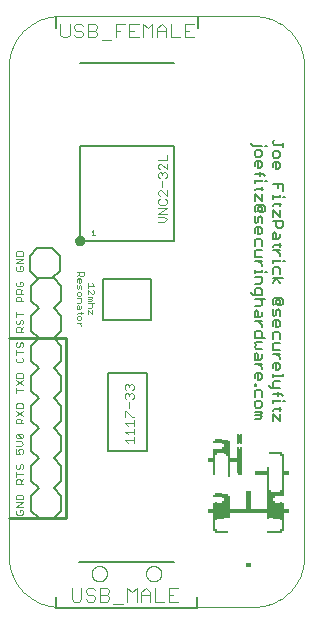
<source format=gto>
G75*
%MOIN*%
%OFA0B0*%
%FSLAX25Y25*%
%IPPOS*%
%LPD*%
%AMOC8*
5,1,8,0,0,1.08239X$1,22.5*
%
%ADD10C,0.00000*%
%ADD11C,0.00400*%
%ADD12C,0.00300*%
%ADD13C,0.00200*%
%ADD14C,0.01600*%
%ADD15C,0.00100*%
%ADD16C,0.01000*%
%ADD17C,0.00500*%
%ADD18C,0.00800*%
%ADD19R,0.00600X0.01800*%
%ADD20R,0.00600X0.00600*%
%ADD21R,0.00600X0.09000*%
%ADD22R,0.00600X0.09600*%
%ADD23R,0.00600X0.01200*%
%ADD24R,0.00600X0.02400*%
%ADD25R,0.00600X0.06000*%
%ADD26R,0.00600X0.05400*%
%ADD27R,0.00600X0.04800*%
%ADD28R,0.00600X0.08400*%
%ADD29R,0.00600X0.12000*%
%ADD30R,0.00600X0.07800*%
%ADD31R,0.00600X0.03600*%
%ADD32R,0.00600X0.03000*%
%ADD33R,0.00600X0.07200*%
%ADD34R,0.00600X0.17400*%
%ADD35R,0.00600X0.14400*%
D10*
X0018503Y0060455D02*
X0083522Y0060455D01*
X0083926Y0060460D01*
X0084329Y0060475D01*
X0084732Y0060499D01*
X0085134Y0060533D01*
X0085535Y0060577D01*
X0085935Y0060630D01*
X0086334Y0060693D01*
X0086731Y0060766D01*
X0087126Y0060849D01*
X0087519Y0060940D01*
X0087910Y0061042D01*
X0088298Y0061152D01*
X0088684Y0061273D01*
X0089066Y0061402D01*
X0089445Y0061540D01*
X0089821Y0061688D01*
X0090193Y0061845D01*
X0090561Y0062010D01*
X0090925Y0062185D01*
X0091284Y0062368D01*
X0091639Y0062560D01*
X0091990Y0062761D01*
X0092335Y0062969D01*
X0092675Y0063186D01*
X0093010Y0063412D01*
X0093340Y0063645D01*
X0093663Y0063886D01*
X0093981Y0064135D01*
X0094293Y0064392D01*
X0094598Y0064656D01*
X0094897Y0064927D01*
X0095189Y0065205D01*
X0095475Y0065491D01*
X0095753Y0065783D01*
X0096024Y0066082D01*
X0096288Y0066387D01*
X0096545Y0066699D01*
X0096794Y0067017D01*
X0097035Y0067340D01*
X0097268Y0067670D01*
X0097494Y0068005D01*
X0097711Y0068345D01*
X0097919Y0068690D01*
X0098120Y0069041D01*
X0098312Y0069396D01*
X0098495Y0069755D01*
X0098670Y0070119D01*
X0098835Y0070487D01*
X0098992Y0070859D01*
X0099140Y0071235D01*
X0099278Y0071614D01*
X0099407Y0071996D01*
X0099528Y0072382D01*
X0099638Y0072770D01*
X0099740Y0073161D01*
X0099831Y0073554D01*
X0099914Y0073949D01*
X0099987Y0074346D01*
X0100050Y0074745D01*
X0100103Y0075145D01*
X0100147Y0075546D01*
X0100181Y0075948D01*
X0100205Y0076351D01*
X0100220Y0076754D01*
X0100225Y0077158D01*
X0100225Y0240602D01*
X0100220Y0241006D01*
X0100205Y0241409D01*
X0100181Y0241812D01*
X0100147Y0242214D01*
X0100103Y0242615D01*
X0100050Y0243015D01*
X0099987Y0243414D01*
X0099914Y0243811D01*
X0099831Y0244206D01*
X0099740Y0244599D01*
X0099638Y0244990D01*
X0099528Y0245378D01*
X0099407Y0245764D01*
X0099278Y0246146D01*
X0099140Y0246525D01*
X0098992Y0246901D01*
X0098835Y0247273D01*
X0098670Y0247641D01*
X0098495Y0248005D01*
X0098312Y0248364D01*
X0098120Y0248719D01*
X0097919Y0249070D01*
X0097711Y0249415D01*
X0097494Y0249755D01*
X0097268Y0250090D01*
X0097035Y0250420D01*
X0096794Y0250743D01*
X0096545Y0251061D01*
X0096288Y0251373D01*
X0096024Y0251678D01*
X0095753Y0251977D01*
X0095475Y0252269D01*
X0095189Y0252555D01*
X0094897Y0252833D01*
X0094598Y0253104D01*
X0094293Y0253368D01*
X0093981Y0253625D01*
X0093663Y0253874D01*
X0093340Y0254115D01*
X0093010Y0254348D01*
X0092675Y0254574D01*
X0092335Y0254791D01*
X0091990Y0254999D01*
X0091639Y0255200D01*
X0091284Y0255392D01*
X0090925Y0255575D01*
X0090561Y0255750D01*
X0090193Y0255915D01*
X0089821Y0256072D01*
X0089445Y0256220D01*
X0089066Y0256358D01*
X0088684Y0256487D01*
X0088298Y0256608D01*
X0087910Y0256718D01*
X0087519Y0256820D01*
X0087126Y0256911D01*
X0086731Y0256994D01*
X0086334Y0257067D01*
X0085935Y0257130D01*
X0085535Y0257183D01*
X0085134Y0257227D01*
X0084732Y0257261D01*
X0084329Y0257285D01*
X0083926Y0257300D01*
X0083522Y0257305D01*
X0083522Y0257306D02*
X0018503Y0257306D01*
X0018503Y0257305D02*
X0018099Y0257300D01*
X0017696Y0257285D01*
X0017293Y0257261D01*
X0016891Y0257227D01*
X0016490Y0257183D01*
X0016090Y0257130D01*
X0015691Y0257067D01*
X0015294Y0256994D01*
X0014899Y0256911D01*
X0014506Y0256820D01*
X0014115Y0256718D01*
X0013727Y0256608D01*
X0013341Y0256487D01*
X0012959Y0256358D01*
X0012580Y0256220D01*
X0012204Y0256072D01*
X0011832Y0255915D01*
X0011464Y0255750D01*
X0011100Y0255575D01*
X0010741Y0255392D01*
X0010386Y0255200D01*
X0010035Y0254999D01*
X0009690Y0254791D01*
X0009350Y0254574D01*
X0009015Y0254348D01*
X0008685Y0254115D01*
X0008362Y0253874D01*
X0008044Y0253625D01*
X0007732Y0253368D01*
X0007427Y0253104D01*
X0007128Y0252833D01*
X0006836Y0252555D01*
X0006550Y0252269D01*
X0006272Y0251977D01*
X0006001Y0251678D01*
X0005737Y0251373D01*
X0005480Y0251061D01*
X0005231Y0250743D01*
X0004990Y0250420D01*
X0004757Y0250090D01*
X0004531Y0249755D01*
X0004314Y0249415D01*
X0004106Y0249070D01*
X0003905Y0248719D01*
X0003713Y0248364D01*
X0003530Y0248005D01*
X0003355Y0247641D01*
X0003190Y0247273D01*
X0003033Y0246901D01*
X0002885Y0246525D01*
X0002747Y0246146D01*
X0002618Y0245764D01*
X0002497Y0245378D01*
X0002387Y0244990D01*
X0002285Y0244599D01*
X0002194Y0244206D01*
X0002111Y0243811D01*
X0002038Y0243414D01*
X0001975Y0243015D01*
X0001922Y0242615D01*
X0001878Y0242214D01*
X0001844Y0241812D01*
X0001820Y0241409D01*
X0001805Y0241006D01*
X0001800Y0240602D01*
X0001800Y0077158D01*
X0001805Y0076754D01*
X0001820Y0076351D01*
X0001844Y0075948D01*
X0001878Y0075546D01*
X0001922Y0075145D01*
X0001975Y0074745D01*
X0002038Y0074346D01*
X0002111Y0073949D01*
X0002194Y0073554D01*
X0002285Y0073161D01*
X0002387Y0072770D01*
X0002497Y0072382D01*
X0002618Y0071996D01*
X0002747Y0071614D01*
X0002885Y0071235D01*
X0003033Y0070859D01*
X0003190Y0070487D01*
X0003355Y0070119D01*
X0003530Y0069755D01*
X0003713Y0069396D01*
X0003905Y0069041D01*
X0004106Y0068690D01*
X0004314Y0068345D01*
X0004531Y0068005D01*
X0004757Y0067670D01*
X0004990Y0067340D01*
X0005231Y0067017D01*
X0005480Y0066699D01*
X0005737Y0066387D01*
X0006001Y0066082D01*
X0006272Y0065783D01*
X0006550Y0065491D01*
X0006836Y0065205D01*
X0007128Y0064927D01*
X0007427Y0064656D01*
X0007732Y0064392D01*
X0008044Y0064135D01*
X0008362Y0063886D01*
X0008685Y0063645D01*
X0009015Y0063412D01*
X0009350Y0063186D01*
X0009690Y0062969D01*
X0010035Y0062761D01*
X0010386Y0062560D01*
X0010741Y0062368D01*
X0011100Y0062185D01*
X0011464Y0062010D01*
X0011832Y0061845D01*
X0012204Y0061688D01*
X0012580Y0061540D01*
X0012959Y0061402D01*
X0013341Y0061273D01*
X0013727Y0061152D01*
X0014115Y0061042D01*
X0014506Y0060940D01*
X0014899Y0060849D01*
X0015294Y0060766D01*
X0015691Y0060693D01*
X0016090Y0060630D01*
X0016490Y0060577D01*
X0016891Y0060533D01*
X0017293Y0060499D01*
X0017696Y0060475D01*
X0018099Y0060460D01*
X0018503Y0060455D01*
X0029359Y0071479D02*
X0029361Y0071580D01*
X0029367Y0071681D01*
X0029377Y0071782D01*
X0029391Y0071882D01*
X0029409Y0071981D01*
X0029431Y0072080D01*
X0029456Y0072178D01*
X0029486Y0072275D01*
X0029519Y0072370D01*
X0029556Y0072464D01*
X0029597Y0072557D01*
X0029641Y0072648D01*
X0029689Y0072737D01*
X0029741Y0072824D01*
X0029796Y0072909D01*
X0029854Y0072991D01*
X0029915Y0073072D01*
X0029980Y0073150D01*
X0030047Y0073225D01*
X0030117Y0073297D01*
X0030191Y0073367D01*
X0030267Y0073434D01*
X0030345Y0073498D01*
X0030426Y0073558D01*
X0030509Y0073615D01*
X0030595Y0073669D01*
X0030683Y0073720D01*
X0030772Y0073767D01*
X0030863Y0073811D01*
X0030956Y0073850D01*
X0031051Y0073887D01*
X0031146Y0073919D01*
X0031243Y0073948D01*
X0031342Y0073972D01*
X0031440Y0073993D01*
X0031540Y0074010D01*
X0031640Y0074023D01*
X0031741Y0074032D01*
X0031842Y0074037D01*
X0031943Y0074038D01*
X0032044Y0074035D01*
X0032145Y0074028D01*
X0032246Y0074017D01*
X0032346Y0074002D01*
X0032445Y0073983D01*
X0032544Y0073960D01*
X0032641Y0073934D01*
X0032738Y0073903D01*
X0032833Y0073869D01*
X0032926Y0073831D01*
X0033019Y0073789D01*
X0033109Y0073744D01*
X0033198Y0073695D01*
X0033284Y0073643D01*
X0033368Y0073587D01*
X0033451Y0073528D01*
X0033530Y0073466D01*
X0033608Y0073401D01*
X0033682Y0073333D01*
X0033754Y0073261D01*
X0033823Y0073188D01*
X0033889Y0073111D01*
X0033952Y0073032D01*
X0034012Y0072950D01*
X0034068Y0072866D01*
X0034121Y0072780D01*
X0034171Y0072692D01*
X0034217Y0072602D01*
X0034260Y0072511D01*
X0034299Y0072417D01*
X0034334Y0072322D01*
X0034365Y0072226D01*
X0034393Y0072129D01*
X0034417Y0072031D01*
X0034437Y0071932D01*
X0034453Y0071832D01*
X0034465Y0071731D01*
X0034473Y0071631D01*
X0034477Y0071530D01*
X0034477Y0071428D01*
X0034473Y0071327D01*
X0034465Y0071227D01*
X0034453Y0071126D01*
X0034437Y0071026D01*
X0034417Y0070927D01*
X0034393Y0070829D01*
X0034365Y0070732D01*
X0034334Y0070636D01*
X0034299Y0070541D01*
X0034260Y0070447D01*
X0034217Y0070356D01*
X0034171Y0070266D01*
X0034121Y0070178D01*
X0034068Y0070092D01*
X0034012Y0070008D01*
X0033952Y0069926D01*
X0033889Y0069847D01*
X0033823Y0069770D01*
X0033754Y0069697D01*
X0033682Y0069625D01*
X0033608Y0069557D01*
X0033530Y0069492D01*
X0033451Y0069430D01*
X0033368Y0069371D01*
X0033284Y0069315D01*
X0033197Y0069263D01*
X0033109Y0069214D01*
X0033019Y0069169D01*
X0032926Y0069127D01*
X0032833Y0069089D01*
X0032738Y0069055D01*
X0032641Y0069024D01*
X0032544Y0068998D01*
X0032445Y0068975D01*
X0032346Y0068956D01*
X0032246Y0068941D01*
X0032145Y0068930D01*
X0032044Y0068923D01*
X0031943Y0068920D01*
X0031842Y0068921D01*
X0031741Y0068926D01*
X0031640Y0068935D01*
X0031540Y0068948D01*
X0031440Y0068965D01*
X0031342Y0068986D01*
X0031243Y0069010D01*
X0031146Y0069039D01*
X0031051Y0069071D01*
X0030956Y0069108D01*
X0030863Y0069147D01*
X0030772Y0069191D01*
X0030683Y0069238D01*
X0030595Y0069289D01*
X0030509Y0069343D01*
X0030426Y0069400D01*
X0030345Y0069460D01*
X0030267Y0069524D01*
X0030191Y0069591D01*
X0030117Y0069661D01*
X0030047Y0069733D01*
X0029980Y0069808D01*
X0029915Y0069886D01*
X0029854Y0069967D01*
X0029796Y0070049D01*
X0029741Y0070134D01*
X0029689Y0070221D01*
X0029641Y0070310D01*
X0029597Y0070401D01*
X0029556Y0070494D01*
X0029519Y0070588D01*
X0029486Y0070683D01*
X0029456Y0070780D01*
X0029431Y0070878D01*
X0029409Y0070977D01*
X0029391Y0071076D01*
X0029377Y0071176D01*
X0029367Y0071277D01*
X0029361Y0071378D01*
X0029359Y0071479D01*
X0047469Y0071479D02*
X0047471Y0071580D01*
X0047477Y0071681D01*
X0047487Y0071782D01*
X0047501Y0071882D01*
X0047519Y0071981D01*
X0047541Y0072080D01*
X0047566Y0072178D01*
X0047596Y0072275D01*
X0047629Y0072370D01*
X0047666Y0072464D01*
X0047707Y0072557D01*
X0047751Y0072648D01*
X0047799Y0072737D01*
X0047851Y0072824D01*
X0047906Y0072909D01*
X0047964Y0072991D01*
X0048025Y0073072D01*
X0048090Y0073150D01*
X0048157Y0073225D01*
X0048227Y0073297D01*
X0048301Y0073367D01*
X0048377Y0073434D01*
X0048455Y0073498D01*
X0048536Y0073558D01*
X0048619Y0073615D01*
X0048705Y0073669D01*
X0048793Y0073720D01*
X0048882Y0073767D01*
X0048973Y0073811D01*
X0049066Y0073850D01*
X0049161Y0073887D01*
X0049256Y0073919D01*
X0049353Y0073948D01*
X0049452Y0073972D01*
X0049550Y0073993D01*
X0049650Y0074010D01*
X0049750Y0074023D01*
X0049851Y0074032D01*
X0049952Y0074037D01*
X0050053Y0074038D01*
X0050154Y0074035D01*
X0050255Y0074028D01*
X0050356Y0074017D01*
X0050456Y0074002D01*
X0050555Y0073983D01*
X0050654Y0073960D01*
X0050751Y0073934D01*
X0050848Y0073903D01*
X0050943Y0073869D01*
X0051036Y0073831D01*
X0051129Y0073789D01*
X0051219Y0073744D01*
X0051308Y0073695D01*
X0051394Y0073643D01*
X0051478Y0073587D01*
X0051561Y0073528D01*
X0051640Y0073466D01*
X0051718Y0073401D01*
X0051792Y0073333D01*
X0051864Y0073261D01*
X0051933Y0073188D01*
X0051999Y0073111D01*
X0052062Y0073032D01*
X0052122Y0072950D01*
X0052178Y0072866D01*
X0052231Y0072780D01*
X0052281Y0072692D01*
X0052327Y0072602D01*
X0052370Y0072511D01*
X0052409Y0072417D01*
X0052444Y0072322D01*
X0052475Y0072226D01*
X0052503Y0072129D01*
X0052527Y0072031D01*
X0052547Y0071932D01*
X0052563Y0071832D01*
X0052575Y0071731D01*
X0052583Y0071631D01*
X0052587Y0071530D01*
X0052587Y0071428D01*
X0052583Y0071327D01*
X0052575Y0071227D01*
X0052563Y0071126D01*
X0052547Y0071026D01*
X0052527Y0070927D01*
X0052503Y0070829D01*
X0052475Y0070732D01*
X0052444Y0070636D01*
X0052409Y0070541D01*
X0052370Y0070447D01*
X0052327Y0070356D01*
X0052281Y0070266D01*
X0052231Y0070178D01*
X0052178Y0070092D01*
X0052122Y0070008D01*
X0052062Y0069926D01*
X0051999Y0069847D01*
X0051933Y0069770D01*
X0051864Y0069697D01*
X0051792Y0069625D01*
X0051718Y0069557D01*
X0051640Y0069492D01*
X0051561Y0069430D01*
X0051478Y0069371D01*
X0051394Y0069315D01*
X0051307Y0069263D01*
X0051219Y0069214D01*
X0051129Y0069169D01*
X0051036Y0069127D01*
X0050943Y0069089D01*
X0050848Y0069055D01*
X0050751Y0069024D01*
X0050654Y0068998D01*
X0050555Y0068975D01*
X0050456Y0068956D01*
X0050356Y0068941D01*
X0050255Y0068930D01*
X0050154Y0068923D01*
X0050053Y0068920D01*
X0049952Y0068921D01*
X0049851Y0068926D01*
X0049750Y0068935D01*
X0049650Y0068948D01*
X0049550Y0068965D01*
X0049452Y0068986D01*
X0049353Y0069010D01*
X0049256Y0069039D01*
X0049161Y0069071D01*
X0049066Y0069108D01*
X0048973Y0069147D01*
X0048882Y0069191D01*
X0048793Y0069238D01*
X0048705Y0069289D01*
X0048619Y0069343D01*
X0048536Y0069400D01*
X0048455Y0069460D01*
X0048377Y0069524D01*
X0048301Y0069591D01*
X0048227Y0069661D01*
X0048157Y0069733D01*
X0048090Y0069808D01*
X0048025Y0069886D01*
X0047964Y0069967D01*
X0047906Y0070049D01*
X0047851Y0070134D01*
X0047799Y0070221D01*
X0047751Y0070310D01*
X0047707Y0070401D01*
X0047666Y0070494D01*
X0047629Y0070588D01*
X0047596Y0070683D01*
X0047566Y0070780D01*
X0047541Y0070878D01*
X0047519Y0070977D01*
X0047501Y0071076D01*
X0047487Y0071176D01*
X0047477Y0071277D01*
X0047471Y0071378D01*
X0047469Y0071479D01*
D11*
X0047400Y0066755D02*
X0048935Y0065220D01*
X0048935Y0062151D01*
X0048935Y0064453D02*
X0045865Y0064453D01*
X0045865Y0065220D02*
X0047400Y0066755D01*
X0045865Y0065220D02*
X0045865Y0062151D01*
X0044331Y0062151D02*
X0044331Y0066755D01*
X0042796Y0065220D01*
X0041261Y0066755D01*
X0041261Y0062151D01*
X0039727Y0061384D02*
X0036657Y0061384D01*
X0035123Y0062918D02*
X0035123Y0063686D01*
X0034355Y0064453D01*
X0032054Y0064453D01*
X0032054Y0062151D02*
X0034355Y0062151D01*
X0035123Y0062918D01*
X0034355Y0064453D02*
X0035123Y0065220D01*
X0035123Y0065988D01*
X0034355Y0066755D01*
X0032054Y0066755D01*
X0032054Y0062151D01*
X0030519Y0062918D02*
X0029752Y0062151D01*
X0028217Y0062151D01*
X0027450Y0062918D01*
X0025915Y0062918D02*
X0025915Y0066755D01*
X0027450Y0065988D02*
X0027450Y0065220D01*
X0028217Y0064453D01*
X0029752Y0064453D01*
X0030519Y0063686D01*
X0030519Y0062918D01*
X0030519Y0065988D02*
X0029752Y0066755D01*
X0028217Y0066755D01*
X0027450Y0065988D01*
X0025915Y0062918D02*
X0025148Y0062151D01*
X0023613Y0062151D01*
X0022846Y0062918D01*
X0022846Y0066755D01*
X0006128Y0091167D02*
X0006521Y0091560D01*
X0006521Y0092346D01*
X0006128Y0092739D01*
X0005342Y0092739D01*
X0005342Y0091953D01*
X0004556Y0092739D02*
X0004163Y0092346D01*
X0004163Y0091560D01*
X0004556Y0091167D01*
X0006128Y0091167D01*
X0006521Y0093705D02*
X0004163Y0093705D01*
X0006521Y0095276D01*
X0004163Y0095276D01*
X0004163Y0096242D02*
X0004163Y0097421D01*
X0004556Y0097814D01*
X0006128Y0097814D01*
X0006521Y0097421D01*
X0006521Y0096242D01*
X0004163Y0096242D01*
X0004163Y0101317D02*
X0004163Y0102496D01*
X0004556Y0102889D01*
X0005342Y0102889D01*
X0005735Y0102496D01*
X0005735Y0101317D01*
X0006521Y0101317D02*
X0004163Y0101317D01*
X0005735Y0102103D02*
X0006521Y0102889D01*
X0006521Y0104641D02*
X0004163Y0104641D01*
X0004163Y0103855D02*
X0004163Y0105427D01*
X0004556Y0106393D02*
X0004949Y0106393D01*
X0005342Y0106785D01*
X0005342Y0107571D01*
X0005735Y0107964D01*
X0006128Y0107964D01*
X0006521Y0107571D01*
X0006521Y0106785D01*
X0006128Y0106393D01*
X0006128Y0111468D02*
X0006521Y0111861D01*
X0006521Y0112647D01*
X0006128Y0113040D01*
X0005342Y0113040D01*
X0004949Y0112647D01*
X0004949Y0112254D01*
X0005342Y0111468D01*
X0004163Y0111468D01*
X0004163Y0113040D01*
X0004163Y0114005D02*
X0005735Y0114005D01*
X0006521Y0114791D01*
X0005735Y0115577D01*
X0004163Y0115577D01*
X0004556Y0116543D02*
X0004163Y0116936D01*
X0004163Y0117722D01*
X0004556Y0118115D01*
X0006128Y0116543D01*
X0006521Y0116936D01*
X0006521Y0117722D01*
X0006128Y0118115D01*
X0004556Y0118115D01*
X0004556Y0116543D02*
X0006128Y0116543D01*
X0005735Y0121618D02*
X0005735Y0122797D01*
X0005342Y0123190D01*
X0004556Y0123190D01*
X0004163Y0122797D01*
X0004163Y0121618D01*
X0006521Y0121618D01*
X0005735Y0122404D02*
X0006521Y0123190D01*
X0006521Y0124156D02*
X0004163Y0125728D01*
X0004163Y0126693D02*
X0004163Y0127872D01*
X0004556Y0128265D01*
X0006128Y0128265D01*
X0006521Y0127872D01*
X0006521Y0126693D01*
X0004163Y0126693D01*
X0004163Y0124156D02*
X0006521Y0125728D01*
X0004163Y0131769D02*
X0004163Y0133340D01*
X0004163Y0132554D02*
X0006521Y0132554D01*
X0006521Y0134306D02*
X0004163Y0135878D01*
X0004163Y0136844D02*
X0004163Y0138023D01*
X0004556Y0138416D01*
X0006128Y0138416D01*
X0006521Y0138023D01*
X0006521Y0136844D01*
X0004163Y0136844D01*
X0004163Y0134306D02*
X0006521Y0135878D01*
X0006128Y0141919D02*
X0004556Y0141919D01*
X0004163Y0142312D01*
X0004163Y0143098D01*
X0004556Y0143491D01*
X0004163Y0144456D02*
X0004163Y0146028D01*
X0004163Y0145242D02*
X0006521Y0145242D01*
X0006128Y0143491D02*
X0006521Y0143098D01*
X0006521Y0142312D01*
X0006128Y0141919D01*
X0006128Y0146994D02*
X0006521Y0147387D01*
X0006521Y0148173D01*
X0006128Y0148566D01*
X0005735Y0148566D01*
X0005342Y0148173D01*
X0005342Y0147387D01*
X0004949Y0146994D01*
X0004556Y0146994D01*
X0004163Y0147387D01*
X0004163Y0148173D01*
X0004556Y0148566D01*
X0004163Y0152069D02*
X0004163Y0153248D01*
X0004556Y0153641D01*
X0005342Y0153641D01*
X0005735Y0153248D01*
X0005735Y0152069D01*
X0005735Y0152855D02*
X0006521Y0153641D01*
X0006128Y0154607D02*
X0006521Y0155000D01*
X0006521Y0155786D01*
X0006128Y0156179D01*
X0005735Y0156179D01*
X0005342Y0155786D01*
X0005342Y0155000D01*
X0004949Y0154607D01*
X0004556Y0154607D01*
X0004163Y0155000D01*
X0004163Y0155786D01*
X0004556Y0156179D01*
X0004163Y0157144D02*
X0004163Y0158716D01*
X0004163Y0157930D02*
X0006521Y0157930D01*
X0006521Y0162220D02*
X0004163Y0162220D01*
X0004163Y0163399D01*
X0004556Y0163792D01*
X0005342Y0163792D01*
X0005735Y0163399D01*
X0005735Y0162220D01*
X0005735Y0164757D02*
X0005735Y0165936D01*
X0005342Y0166329D01*
X0004556Y0166329D01*
X0004163Y0165936D01*
X0004163Y0164757D01*
X0006521Y0164757D01*
X0005735Y0165543D02*
X0006521Y0166329D01*
X0006128Y0167295D02*
X0006521Y0167688D01*
X0006521Y0168474D01*
X0006128Y0168867D01*
X0005342Y0168867D01*
X0005342Y0168081D01*
X0004556Y0168867D02*
X0004163Y0168474D01*
X0004163Y0167688D01*
X0004556Y0167295D01*
X0006128Y0167295D01*
X0006128Y0172370D02*
X0006521Y0172763D01*
X0006521Y0173549D01*
X0006128Y0173942D01*
X0005342Y0173942D01*
X0005342Y0173156D01*
X0004556Y0172370D02*
X0006128Y0172370D01*
X0006521Y0174908D02*
X0004163Y0174908D01*
X0006521Y0176480D01*
X0004163Y0176480D01*
X0004163Y0177445D02*
X0004163Y0178624D01*
X0004556Y0179017D01*
X0006128Y0179017D01*
X0006521Y0178624D01*
X0006521Y0177445D01*
X0004163Y0177445D01*
X0004556Y0173942D02*
X0004163Y0173549D01*
X0004163Y0172763D01*
X0004556Y0172370D01*
X0004163Y0152069D02*
X0006521Y0152069D01*
X0004556Y0107964D02*
X0004163Y0107571D01*
X0004163Y0106785D01*
X0004556Y0106393D01*
X0050469Y0066755D02*
X0050469Y0062151D01*
X0053539Y0062151D01*
X0055073Y0062151D02*
X0058142Y0062151D01*
X0056608Y0064453D02*
X0055073Y0064453D01*
X0055073Y0066755D02*
X0055073Y0062151D01*
X0055073Y0066755D02*
X0058142Y0066755D01*
X0035810Y0249455D02*
X0032741Y0249455D01*
X0031206Y0250989D02*
X0030439Y0250222D01*
X0028137Y0250222D01*
X0028137Y0254826D01*
X0030439Y0254826D01*
X0031206Y0254059D01*
X0031206Y0253291D01*
X0030439Y0252524D01*
X0028137Y0252524D01*
X0026602Y0251757D02*
X0026602Y0250989D01*
X0025835Y0250222D01*
X0024300Y0250222D01*
X0023533Y0250989D01*
X0024300Y0252524D02*
X0025835Y0252524D01*
X0026602Y0251757D01*
X0026602Y0254059D02*
X0025835Y0254826D01*
X0024300Y0254826D01*
X0023533Y0254059D01*
X0023533Y0253291D01*
X0024300Y0252524D01*
X0021998Y0250989D02*
X0021998Y0254826D01*
X0021998Y0250989D02*
X0021231Y0250222D01*
X0019696Y0250222D01*
X0018929Y0250989D01*
X0018929Y0254826D01*
X0030439Y0252524D02*
X0031206Y0251757D01*
X0031206Y0250989D01*
X0037345Y0250222D02*
X0037345Y0254826D01*
X0040414Y0254826D01*
X0038879Y0252524D02*
X0037345Y0252524D01*
X0041949Y0252524D02*
X0043483Y0252524D01*
X0041949Y0254826D02*
X0041949Y0250222D01*
X0045018Y0250222D01*
X0046553Y0250222D02*
X0046553Y0254826D01*
X0048087Y0253291D01*
X0049622Y0254826D01*
X0049622Y0250222D01*
X0051157Y0250222D02*
X0051157Y0253291D01*
X0052691Y0254826D01*
X0054226Y0253291D01*
X0054226Y0250222D01*
X0055761Y0250222D02*
X0055761Y0254826D01*
X0054226Y0252524D02*
X0051157Y0252524D01*
X0055761Y0250222D02*
X0058830Y0250222D01*
X0060364Y0250222D02*
X0063434Y0250222D01*
X0063434Y0254826D02*
X0060364Y0254826D01*
X0060364Y0250222D01*
X0060364Y0252524D02*
X0061899Y0252524D01*
X0045018Y0254826D02*
X0041949Y0254826D01*
D12*
X0054431Y0211143D02*
X0054431Y0209208D01*
X0051529Y0209208D01*
X0052012Y0208197D02*
X0051529Y0207713D01*
X0051529Y0206746D01*
X0052012Y0206262D01*
X0052012Y0205250D02*
X0052496Y0205250D01*
X0052980Y0204767D01*
X0053464Y0205250D01*
X0053947Y0205250D01*
X0054431Y0204767D01*
X0054431Y0203799D01*
X0053947Y0203315D01*
X0052980Y0204283D02*
X0052980Y0204767D01*
X0052012Y0205250D02*
X0051529Y0204767D01*
X0051529Y0203799D01*
X0052012Y0203315D01*
X0052980Y0202304D02*
X0052980Y0200369D01*
X0052496Y0199357D02*
X0052012Y0199357D01*
X0051529Y0198874D01*
X0051529Y0197906D01*
X0052012Y0197422D01*
X0052012Y0196411D02*
X0051529Y0195927D01*
X0051529Y0194960D01*
X0052012Y0194476D01*
X0053947Y0194476D01*
X0054431Y0194960D01*
X0054431Y0195927D01*
X0053947Y0196411D01*
X0054431Y0197422D02*
X0052496Y0199357D01*
X0054431Y0199357D02*
X0054431Y0197422D01*
X0054431Y0193464D02*
X0051529Y0193464D01*
X0051529Y0191529D02*
X0054431Y0193464D01*
X0054431Y0191529D02*
X0051529Y0191529D01*
X0051529Y0190518D02*
X0053464Y0190518D01*
X0054431Y0189550D01*
X0053464Y0188583D01*
X0051529Y0188583D01*
X0054431Y0206262D02*
X0052496Y0208197D01*
X0052012Y0208197D01*
X0054431Y0208197D02*
X0054431Y0206262D01*
X0042886Y0134554D02*
X0042403Y0134554D01*
X0041919Y0134070D01*
X0041919Y0133587D01*
X0041919Y0134070D02*
X0041435Y0134554D01*
X0040951Y0134554D01*
X0040468Y0134070D01*
X0040468Y0133103D01*
X0040951Y0132619D01*
X0040951Y0131608D02*
X0040468Y0131124D01*
X0040468Y0130156D01*
X0040951Y0129673D01*
X0041919Y0130640D02*
X0041919Y0131124D01*
X0042403Y0131608D01*
X0042886Y0131608D01*
X0043370Y0131124D01*
X0043370Y0130156D01*
X0042886Y0129673D01*
X0041919Y0128661D02*
X0041919Y0126726D01*
X0040951Y0125714D02*
X0042886Y0123780D01*
X0043370Y0123780D01*
X0043370Y0122768D02*
X0043370Y0120833D01*
X0043370Y0121800D02*
X0040468Y0121800D01*
X0041435Y0120833D01*
X0040468Y0118854D02*
X0043370Y0118854D01*
X0043370Y0119821D02*
X0043370Y0117886D01*
X0043370Y0116875D02*
X0043370Y0114940D01*
X0043370Y0115907D02*
X0040468Y0115907D01*
X0041435Y0114940D01*
X0041435Y0117886D02*
X0040468Y0118854D01*
X0040468Y0123780D02*
X0040468Y0125714D01*
X0040951Y0125714D01*
X0041919Y0131124D02*
X0041435Y0131608D01*
X0040951Y0131608D01*
X0042886Y0132619D02*
X0043370Y0133103D01*
X0043370Y0134070D01*
X0042886Y0134554D01*
D13*
X0030292Y0161612D02*
X0028091Y0161612D01*
X0028091Y0162354D02*
X0029191Y0162354D01*
X0029558Y0162721D01*
X0029191Y0163088D01*
X0028091Y0163088D01*
X0028091Y0163822D02*
X0029558Y0163822D01*
X0029558Y0163455D01*
X0029191Y0163088D01*
X0029191Y0161612D02*
X0029558Y0161245D01*
X0029558Y0160511D01*
X0029191Y0160144D01*
X0028091Y0160144D01*
X0028091Y0159403D02*
X0028091Y0157935D01*
X0029558Y0157935D02*
X0028091Y0159403D01*
X0029558Y0159403D02*
X0029558Y0157935D01*
X0026325Y0158483D02*
X0024858Y0158483D01*
X0024491Y0158116D01*
X0024858Y0157377D02*
X0024491Y0157010D01*
X0024491Y0156276D01*
X0024858Y0155909D01*
X0025591Y0155909D01*
X0025958Y0156276D01*
X0025958Y0157010D01*
X0025591Y0157377D01*
X0024858Y0157377D01*
X0025958Y0158116D02*
X0025958Y0158850D01*
X0025591Y0159592D02*
X0024491Y0159592D01*
X0024491Y0160693D01*
X0024858Y0161060D01*
X0025225Y0160693D01*
X0025225Y0159592D01*
X0025591Y0159592D02*
X0025958Y0159959D01*
X0025958Y0160693D01*
X0025591Y0161802D02*
X0024491Y0161802D01*
X0025591Y0161802D02*
X0025958Y0162169D01*
X0025958Y0163270D01*
X0024491Y0163270D01*
X0024858Y0164012D02*
X0025591Y0164012D01*
X0025958Y0164379D01*
X0025958Y0165113D01*
X0025591Y0165480D01*
X0024858Y0165480D01*
X0024491Y0165113D01*
X0024491Y0164379D01*
X0024858Y0164012D01*
X0024858Y0166222D02*
X0025225Y0166589D01*
X0025225Y0167323D01*
X0025591Y0167690D01*
X0025958Y0167323D01*
X0025958Y0166222D01*
X0024858Y0166222D02*
X0024491Y0166589D01*
X0024491Y0167690D01*
X0025225Y0168432D02*
X0025225Y0169899D01*
X0025591Y0169899D02*
X0024858Y0169899D01*
X0024491Y0169532D01*
X0024491Y0168799D01*
X0025225Y0168432D02*
X0025591Y0168432D01*
X0025958Y0168799D01*
X0025958Y0169532D01*
X0025591Y0169899D01*
X0025591Y0170641D02*
X0025225Y0171008D01*
X0025225Y0172109D01*
X0025225Y0171375D02*
X0024491Y0170641D01*
X0025591Y0170641D02*
X0026325Y0170641D01*
X0026692Y0171008D01*
X0026692Y0172109D01*
X0024491Y0172109D01*
X0028091Y0168242D02*
X0028091Y0166774D01*
X0028091Y0167508D02*
X0030292Y0167508D01*
X0029558Y0168242D01*
X0029925Y0166032D02*
X0030292Y0165665D01*
X0030292Y0164931D01*
X0029925Y0164564D01*
X0029558Y0164564D01*
X0028091Y0166032D01*
X0028091Y0164564D01*
X0025958Y0155167D02*
X0024491Y0155167D01*
X0025225Y0155167D02*
X0025958Y0154433D01*
X0025958Y0154066D01*
D14*
X0024635Y0182502D02*
X0024637Y0182558D01*
X0024643Y0182613D01*
X0024653Y0182667D01*
X0024666Y0182721D01*
X0024684Y0182774D01*
X0024705Y0182825D01*
X0024729Y0182875D01*
X0024757Y0182923D01*
X0024789Y0182969D01*
X0024823Y0183013D01*
X0024861Y0183054D01*
X0024901Y0183092D01*
X0024944Y0183127D01*
X0024989Y0183159D01*
X0025037Y0183188D01*
X0025086Y0183214D01*
X0025137Y0183236D01*
X0025189Y0183254D01*
X0025243Y0183268D01*
X0025298Y0183279D01*
X0025353Y0183286D01*
X0025408Y0183289D01*
X0025464Y0183288D01*
X0025519Y0183283D01*
X0025574Y0183274D01*
X0025628Y0183262D01*
X0025681Y0183245D01*
X0025733Y0183225D01*
X0025783Y0183201D01*
X0025831Y0183174D01*
X0025878Y0183144D01*
X0025922Y0183110D01*
X0025964Y0183073D01*
X0026002Y0183033D01*
X0026039Y0182991D01*
X0026072Y0182946D01*
X0026101Y0182900D01*
X0026128Y0182851D01*
X0026150Y0182800D01*
X0026170Y0182748D01*
X0026185Y0182694D01*
X0026197Y0182640D01*
X0026205Y0182585D01*
X0026209Y0182530D01*
X0026209Y0182474D01*
X0026205Y0182419D01*
X0026197Y0182364D01*
X0026185Y0182310D01*
X0026170Y0182256D01*
X0026150Y0182204D01*
X0026128Y0182153D01*
X0026101Y0182104D01*
X0026072Y0182058D01*
X0026039Y0182013D01*
X0026002Y0181971D01*
X0025964Y0181931D01*
X0025922Y0181894D01*
X0025878Y0181860D01*
X0025831Y0181830D01*
X0025783Y0181803D01*
X0025733Y0181779D01*
X0025681Y0181759D01*
X0025628Y0181742D01*
X0025574Y0181730D01*
X0025519Y0181721D01*
X0025464Y0181716D01*
X0025408Y0181715D01*
X0025353Y0181718D01*
X0025298Y0181725D01*
X0025243Y0181736D01*
X0025189Y0181750D01*
X0025137Y0181768D01*
X0025086Y0181790D01*
X0025037Y0181816D01*
X0024989Y0181845D01*
X0024944Y0181877D01*
X0024901Y0181912D01*
X0024861Y0181950D01*
X0024823Y0181991D01*
X0024789Y0182035D01*
X0024757Y0182081D01*
X0024729Y0182129D01*
X0024705Y0182179D01*
X0024684Y0182230D01*
X0024666Y0182283D01*
X0024653Y0182337D01*
X0024643Y0182391D01*
X0024637Y0182446D01*
X0024635Y0182502D01*
D15*
X0029409Y0184521D02*
X0030410Y0184521D01*
X0029909Y0184521D02*
X0029909Y0186022D01*
X0029409Y0185522D01*
D16*
X0020698Y0150022D02*
X0020698Y0089983D01*
X0001800Y0089983D01*
X0001800Y0150022D02*
X0020698Y0150022D01*
D17*
X0025422Y0182502D02*
X0025422Y0213998D01*
X0056918Y0213998D01*
X0056918Y0182502D01*
X0025422Y0182502D01*
X0033296Y0169707D02*
X0033296Y0155928D01*
X0049044Y0155928D01*
X0049044Y0169707D01*
X0033296Y0169707D01*
X0082497Y0165464D02*
X0082497Y0164880D01*
X0083080Y0164296D01*
X0085999Y0164296D01*
X0085999Y0166048D01*
X0085416Y0166631D01*
X0084248Y0166631D01*
X0083664Y0166048D01*
X0083664Y0164296D01*
X0083664Y0162948D02*
X0087167Y0162948D01*
X0085999Y0162364D02*
X0085999Y0161197D01*
X0085416Y0160613D01*
X0083664Y0160613D01*
X0084248Y0159265D02*
X0084832Y0158681D01*
X0084832Y0156930D01*
X0085416Y0156930D02*
X0083664Y0156930D01*
X0083664Y0158681D01*
X0084248Y0159265D01*
X0085999Y0157514D02*
X0085416Y0156930D01*
X0085999Y0157514D02*
X0085999Y0158681D01*
X0085999Y0155582D02*
X0083664Y0155582D01*
X0084832Y0155582D02*
X0085999Y0154414D01*
X0085999Y0153830D01*
X0085416Y0152513D02*
X0085999Y0151929D01*
X0085999Y0150177D01*
X0087167Y0150177D02*
X0083664Y0150177D01*
X0083664Y0151929D01*
X0084248Y0152513D01*
X0085416Y0152513D01*
X0085999Y0148829D02*
X0084248Y0148829D01*
X0083664Y0148246D01*
X0084248Y0147662D01*
X0083664Y0147078D01*
X0084248Y0146494D01*
X0085999Y0146494D01*
X0085999Y0144563D02*
X0085999Y0143395D01*
X0085416Y0142811D01*
X0083664Y0142811D01*
X0083664Y0144563D01*
X0084248Y0145146D01*
X0084832Y0144563D01*
X0084832Y0142811D01*
X0084832Y0141463D02*
X0085999Y0140296D01*
X0085999Y0139712D01*
X0085416Y0138394D02*
X0085999Y0137810D01*
X0085999Y0136642D01*
X0085416Y0136059D01*
X0084832Y0136059D01*
X0084832Y0138394D01*
X0084248Y0138394D02*
X0085416Y0138394D01*
X0084248Y0138394D02*
X0083664Y0137810D01*
X0083664Y0136642D01*
X0083664Y0134711D02*
X0083664Y0134127D01*
X0084248Y0134127D01*
X0084248Y0134711D01*
X0083664Y0134711D01*
X0084248Y0132869D02*
X0083664Y0132285D01*
X0083664Y0130534D01*
X0084248Y0129186D02*
X0083664Y0128602D01*
X0083664Y0127435D01*
X0084248Y0126851D01*
X0085416Y0126851D01*
X0085999Y0127435D01*
X0085999Y0128602D01*
X0085416Y0129186D01*
X0084248Y0129186D01*
X0083664Y0125503D02*
X0085999Y0125503D01*
X0085999Y0124919D01*
X0085416Y0124335D01*
X0085999Y0123751D01*
X0085416Y0123168D01*
X0083664Y0123168D01*
X0083664Y0124335D02*
X0085416Y0124335D01*
X0085999Y0130534D02*
X0085999Y0132285D01*
X0085416Y0132869D01*
X0084248Y0132869D01*
X0083664Y0141463D02*
X0085999Y0141463D01*
X0089664Y0141186D02*
X0089664Y0140019D01*
X0089664Y0141186D02*
X0090248Y0141770D01*
X0091416Y0141770D01*
X0091999Y0141186D01*
X0091999Y0140019D01*
X0091416Y0139435D01*
X0090832Y0139435D01*
X0090832Y0141770D01*
X0091999Y0143088D02*
X0091999Y0143672D01*
X0090832Y0144839D01*
X0091999Y0144839D02*
X0089664Y0144839D01*
X0089664Y0146187D02*
X0091999Y0146187D01*
X0091999Y0148523D02*
X0090248Y0148523D01*
X0089664Y0147939D01*
X0089664Y0146187D01*
X0089664Y0149870D02*
X0089664Y0151622D01*
X0090248Y0152206D01*
X0091416Y0152206D01*
X0091999Y0151622D01*
X0091999Y0149870D01*
X0091416Y0153554D02*
X0090832Y0153554D01*
X0090832Y0155889D01*
X0091416Y0155889D02*
X0091999Y0155305D01*
X0091999Y0154137D01*
X0091416Y0153554D01*
X0091416Y0155889D02*
X0090248Y0155889D01*
X0089664Y0155305D01*
X0089664Y0154137D01*
X0090248Y0157237D02*
X0089664Y0157820D01*
X0089664Y0159572D01*
X0090248Y0160920D02*
X0089664Y0161504D01*
X0089664Y0162671D01*
X0090248Y0163255D01*
X0092583Y0163255D01*
X0093167Y0162671D01*
X0093167Y0161504D01*
X0092583Y0160920D01*
X0091416Y0160920D01*
X0090832Y0161504D01*
X0091999Y0161504D01*
X0091999Y0162671D01*
X0090832Y0162671D01*
X0090832Y0161504D01*
X0091416Y0159572D02*
X0091999Y0158988D01*
X0091999Y0157237D01*
X0090832Y0157820D02*
X0090832Y0158988D01*
X0091416Y0159572D01*
X0090832Y0157820D02*
X0090248Y0157237D01*
X0085999Y0162364D02*
X0085416Y0162948D01*
X0085416Y0167979D02*
X0083664Y0167979D01*
X0085416Y0167979D02*
X0085999Y0168563D01*
X0085999Y0170314D01*
X0083664Y0170314D01*
X0083664Y0171602D02*
X0083664Y0172770D01*
X0083664Y0172186D02*
X0085999Y0172186D01*
X0085999Y0172770D01*
X0087167Y0172186D02*
X0087751Y0172186D01*
X0089664Y0171355D02*
X0089664Y0173107D01*
X0090248Y0173691D01*
X0091416Y0173691D01*
X0091999Y0173107D01*
X0091999Y0171355D01*
X0090832Y0170008D02*
X0091999Y0168256D01*
X0090832Y0170008D02*
X0089664Y0168256D01*
X0089664Y0170008D02*
X0093167Y0170008D01*
X0093167Y0175562D02*
X0093751Y0175562D01*
X0091999Y0175562D02*
X0089664Y0175562D01*
X0089664Y0176146D02*
X0089664Y0174978D01*
X0091999Y0178048D02*
X0090832Y0179215D01*
X0091999Y0179215D02*
X0089664Y0179215D01*
X0089664Y0180503D02*
X0090248Y0181087D01*
X0092583Y0181087D01*
X0091999Y0181671D02*
X0091999Y0180503D01*
X0091999Y0178048D02*
X0091999Y0177464D01*
X0091999Y0176146D02*
X0091999Y0175562D01*
X0091416Y0183019D02*
X0089664Y0183019D01*
X0089664Y0184770D01*
X0090248Y0185354D01*
X0090832Y0184770D01*
X0090832Y0183019D01*
X0091416Y0183019D02*
X0091999Y0183602D01*
X0091999Y0184770D01*
X0092583Y0186702D02*
X0091416Y0186702D01*
X0090832Y0187286D01*
X0090832Y0189037D01*
X0091999Y0190385D02*
X0089664Y0192720D01*
X0089664Y0190385D01*
X0089664Y0189037D02*
X0093167Y0189037D01*
X0093167Y0187286D01*
X0092583Y0186702D01*
X0091999Y0190385D02*
X0091999Y0192720D01*
X0091999Y0194008D02*
X0091999Y0195176D01*
X0092583Y0194592D02*
X0090248Y0194592D01*
X0089664Y0194008D01*
X0089664Y0196463D02*
X0089664Y0197631D01*
X0089664Y0197047D02*
X0091999Y0197047D01*
X0091999Y0197631D01*
X0093167Y0197047D02*
X0093751Y0197047D01*
X0093167Y0198979D02*
X0093167Y0201314D01*
X0089664Y0201314D01*
X0087751Y0202265D02*
X0087167Y0202265D01*
X0085999Y0202265D02*
X0083664Y0202265D01*
X0083664Y0202849D02*
X0083664Y0201681D01*
X0084248Y0199810D02*
X0083664Y0199226D01*
X0084248Y0199810D02*
X0086583Y0199810D01*
X0085999Y0200393D02*
X0085999Y0199226D01*
X0085999Y0197938D02*
X0085999Y0195603D01*
X0083664Y0197938D01*
X0083664Y0195603D01*
X0084248Y0194255D02*
X0086583Y0194255D01*
X0087167Y0193671D01*
X0087167Y0192503D01*
X0086583Y0191920D01*
X0085416Y0191920D01*
X0084832Y0192503D01*
X0085999Y0192503D01*
X0085999Y0193671D01*
X0084832Y0193671D01*
X0084832Y0192503D01*
X0084248Y0191920D02*
X0083664Y0192503D01*
X0083664Y0193671D01*
X0084248Y0194255D01*
X0083664Y0190572D02*
X0083664Y0188820D01*
X0084248Y0188236D01*
X0084832Y0188820D01*
X0084832Y0189988D01*
X0085416Y0190572D01*
X0085999Y0189988D01*
X0085999Y0188236D01*
X0085416Y0186889D02*
X0085999Y0186305D01*
X0085999Y0185137D01*
X0085416Y0184553D01*
X0084832Y0184553D01*
X0084832Y0186889D01*
X0084248Y0186889D02*
X0085416Y0186889D01*
X0084248Y0186889D02*
X0083664Y0186305D01*
X0083664Y0185137D01*
X0084248Y0183205D02*
X0083664Y0182622D01*
X0083664Y0180870D01*
X0084248Y0179522D02*
X0083664Y0178939D01*
X0083664Y0177187D01*
X0085999Y0177187D01*
X0085999Y0175839D02*
X0083664Y0175839D01*
X0084832Y0175839D02*
X0085999Y0174672D01*
X0085999Y0174088D01*
X0085999Y0179522D02*
X0084248Y0179522D01*
X0085999Y0182622D02*
X0085416Y0183205D01*
X0084248Y0183205D01*
X0085999Y0182622D02*
X0085999Y0180870D01*
X0091416Y0200147D02*
X0091416Y0201314D01*
X0091416Y0206345D02*
X0090832Y0206345D01*
X0090832Y0208681D01*
X0091416Y0208681D02*
X0091999Y0208097D01*
X0091999Y0206929D01*
X0091416Y0206345D01*
X0091416Y0208681D02*
X0090248Y0208681D01*
X0089664Y0208097D01*
X0089664Y0206929D01*
X0090248Y0210028D02*
X0089664Y0210612D01*
X0089664Y0211780D01*
X0090248Y0212364D01*
X0091416Y0212364D01*
X0091999Y0211780D01*
X0091999Y0210612D01*
X0091416Y0210028D01*
X0090248Y0210028D01*
X0090248Y0214295D02*
X0089664Y0214879D01*
X0089664Y0215463D01*
X0090248Y0216047D01*
X0090248Y0214295D02*
X0093167Y0214295D01*
X0093167Y0213712D02*
X0093167Y0214879D01*
X0087751Y0213958D02*
X0087167Y0213958D01*
X0085999Y0213958D02*
X0083080Y0213958D01*
X0082497Y0214542D01*
X0082497Y0215126D01*
X0084248Y0212671D02*
X0083664Y0212087D01*
X0083664Y0210919D01*
X0084248Y0210335D01*
X0085416Y0210335D01*
X0085999Y0210919D01*
X0085999Y0212087D01*
X0085416Y0212671D01*
X0084248Y0212671D01*
X0084248Y0208987D02*
X0085416Y0208987D01*
X0085999Y0208404D01*
X0085999Y0207236D01*
X0085416Y0206652D01*
X0084832Y0206652D01*
X0084832Y0208987D01*
X0084248Y0208987D02*
X0083664Y0208404D01*
X0083664Y0207236D01*
X0083664Y0204721D02*
X0086583Y0204721D01*
X0087167Y0204137D01*
X0085999Y0202849D02*
X0085999Y0202265D01*
X0085416Y0204137D02*
X0085416Y0205304D01*
X0089664Y0138087D02*
X0089664Y0136919D01*
X0089664Y0137503D02*
X0093167Y0137503D01*
X0093167Y0138087D01*
X0091999Y0135632D02*
X0090248Y0135632D01*
X0089664Y0135048D01*
X0089664Y0133296D01*
X0089080Y0133296D02*
X0088497Y0133880D01*
X0088497Y0134464D01*
X0089080Y0133296D02*
X0091999Y0133296D01*
X0091416Y0131948D02*
X0091416Y0130781D01*
X0092583Y0131365D02*
X0093167Y0130781D01*
X0092583Y0131365D02*
X0089664Y0131365D01*
X0089664Y0129493D02*
X0089664Y0128325D01*
X0089664Y0128909D02*
X0091999Y0128909D01*
X0091999Y0129493D01*
X0093167Y0128909D02*
X0093751Y0128909D01*
X0091999Y0127038D02*
X0091999Y0125870D01*
X0092583Y0126454D02*
X0090248Y0126454D01*
X0089664Y0125870D01*
X0089664Y0124582D02*
X0089664Y0122247D01*
X0091999Y0122247D02*
X0089664Y0124582D01*
X0091999Y0124582D02*
X0091999Y0122247D01*
D18*
X0017351Y0063605D02*
X0017351Y0060061D01*
X0064595Y0060061D01*
X0064595Y0063605D01*
X0056721Y0075416D02*
X0025225Y0075416D01*
X0016780Y0090022D02*
X0019280Y0092522D01*
X0019280Y0097522D01*
X0016780Y0100022D01*
X0019280Y0102522D01*
X0019280Y0107522D01*
X0016780Y0110022D01*
X0019280Y0112522D01*
X0019280Y0117522D01*
X0016780Y0120022D01*
X0019280Y0122522D01*
X0019280Y0127522D01*
X0016780Y0130022D01*
X0019280Y0132522D01*
X0019280Y0137522D01*
X0016780Y0140022D01*
X0019280Y0142522D01*
X0019280Y0147522D01*
X0016780Y0150022D01*
X0019280Y0152522D01*
X0019280Y0157522D01*
X0016780Y0160022D01*
X0019280Y0162522D01*
X0019280Y0167522D01*
X0016780Y0170022D01*
X0011780Y0170022D01*
X0009280Y0167522D01*
X0009280Y0162522D01*
X0011780Y0160022D01*
X0009280Y0157522D01*
X0009280Y0152522D01*
X0011780Y0150022D01*
X0009280Y0147522D01*
X0009280Y0142522D01*
X0011780Y0140022D01*
X0009280Y0137522D01*
X0009280Y0132522D01*
X0011780Y0130022D01*
X0009280Y0127522D01*
X0009280Y0122522D01*
X0011780Y0120022D01*
X0009280Y0117522D01*
X0009280Y0112522D01*
X0011780Y0110022D01*
X0009280Y0107522D01*
X0009280Y0102522D01*
X0011780Y0100022D01*
X0009280Y0097522D01*
X0009280Y0092522D01*
X0011780Y0090022D01*
X0016780Y0090022D01*
X0034670Y0112516D02*
X0034670Y0138316D01*
X0047670Y0138316D01*
X0047670Y0112516D01*
X0034670Y0112516D01*
X0016308Y0170022D02*
X0018808Y0172522D01*
X0018808Y0177522D01*
X0016308Y0180022D01*
X0011308Y0180022D01*
X0008808Y0177522D01*
X0008808Y0172522D01*
X0011308Y0170022D01*
X0016308Y0170022D01*
X0025422Y0241557D02*
X0056918Y0241557D01*
X0064792Y0253369D02*
X0064792Y0257306D01*
X0017548Y0257306D02*
X0017548Y0253369D01*
D19*
X0068392Y0109310D03*
X0068992Y0109310D03*
X0069592Y0109310D03*
X0071392Y0112310D03*
X0071992Y0112310D03*
X0072592Y0112310D03*
X0073192Y0115310D03*
X0075592Y0109310D03*
X0076192Y0109310D03*
X0076792Y0109310D03*
X0077392Y0109310D03*
X0073192Y0097310D03*
X0075592Y0092510D03*
X0076192Y0092510D03*
X0076792Y0092510D03*
X0077392Y0092510D03*
X0077992Y0092510D03*
X0078592Y0092510D03*
X0079192Y0092510D03*
X0079792Y0092510D03*
X0080392Y0092510D03*
X0082792Y0092510D03*
X0083392Y0092510D03*
X0083992Y0092510D03*
X0084592Y0092510D03*
X0085192Y0092510D03*
X0085792Y0092510D03*
X0086392Y0092510D03*
X0086992Y0092510D03*
X0087592Y0092510D03*
X0090592Y0097910D03*
X0091192Y0097910D03*
X0091792Y0097910D03*
X0093592Y0092510D03*
X0094192Y0092510D03*
X0094792Y0092510D03*
X0094792Y0105110D03*
X0094192Y0105110D03*
X0093592Y0105110D03*
X0087592Y0105110D03*
X0086992Y0105110D03*
X0086392Y0105110D03*
X0085792Y0105110D03*
X0085192Y0105110D03*
X0084592Y0105110D03*
X0083992Y0105110D03*
X0082192Y0074510D03*
X0081592Y0074510D03*
X0080992Y0074510D03*
X0069592Y0092510D03*
X0068992Y0092510D03*
X0068392Y0092510D03*
D20*
X0070192Y0097310D03*
X0071392Y0085310D03*
X0071992Y0085310D03*
X0072592Y0085310D03*
X0073192Y0085310D03*
X0073792Y0085310D03*
X0074392Y0085310D03*
X0070192Y0115310D03*
X0088192Y0085310D03*
X0088792Y0085310D03*
X0089392Y0085310D03*
X0089992Y0085310D03*
X0090592Y0085310D03*
X0091192Y0085310D03*
X0091792Y0085310D03*
X0091792Y0111710D03*
X0091192Y0111710D03*
X0090592Y0111710D03*
X0089992Y0111710D03*
X0089392Y0111710D03*
X0088792Y0111710D03*
D21*
X0089392Y0094310D03*
X0078592Y0108710D03*
X0077992Y0109310D03*
X0070192Y0108710D03*
D22*
X0070192Y0090410D03*
X0079192Y0109010D03*
X0088792Y0094610D03*
X0092992Y0090410D03*
D23*
X0092392Y0085610D03*
X0092392Y0111410D03*
X0072592Y0115610D03*
X0071992Y0115610D03*
X0071392Y0115610D03*
X0070792Y0115610D03*
X0070792Y0097610D03*
X0071392Y0097610D03*
X0071992Y0097610D03*
X0072592Y0097610D03*
X0070792Y0085610D03*
D24*
X0070792Y0112010D03*
X0073192Y0112610D03*
X0089992Y0097610D03*
X0092392Y0098210D03*
D25*
X0089992Y0092810D03*
X0092392Y0092210D03*
X0073192Y0092810D03*
X0070792Y0092210D03*
D26*
X0071392Y0092510D03*
X0071992Y0092510D03*
X0072592Y0092510D03*
X0074392Y0113510D03*
X0090592Y0092510D03*
X0091192Y0092510D03*
X0091792Y0092510D03*
D27*
X0073792Y0113810D03*
D28*
X0073792Y0094010D03*
X0074392Y0094010D03*
D29*
X0074992Y0109610D03*
D30*
X0074992Y0093710D03*
D31*
X0077992Y0116210D03*
X0079192Y0116210D03*
D32*
X0078592Y0116510D03*
D33*
X0080992Y0095210D03*
X0081592Y0095210D03*
X0082192Y0095210D03*
D34*
X0088192Y0098510D03*
D35*
X0092992Y0104210D03*
M02*

</source>
